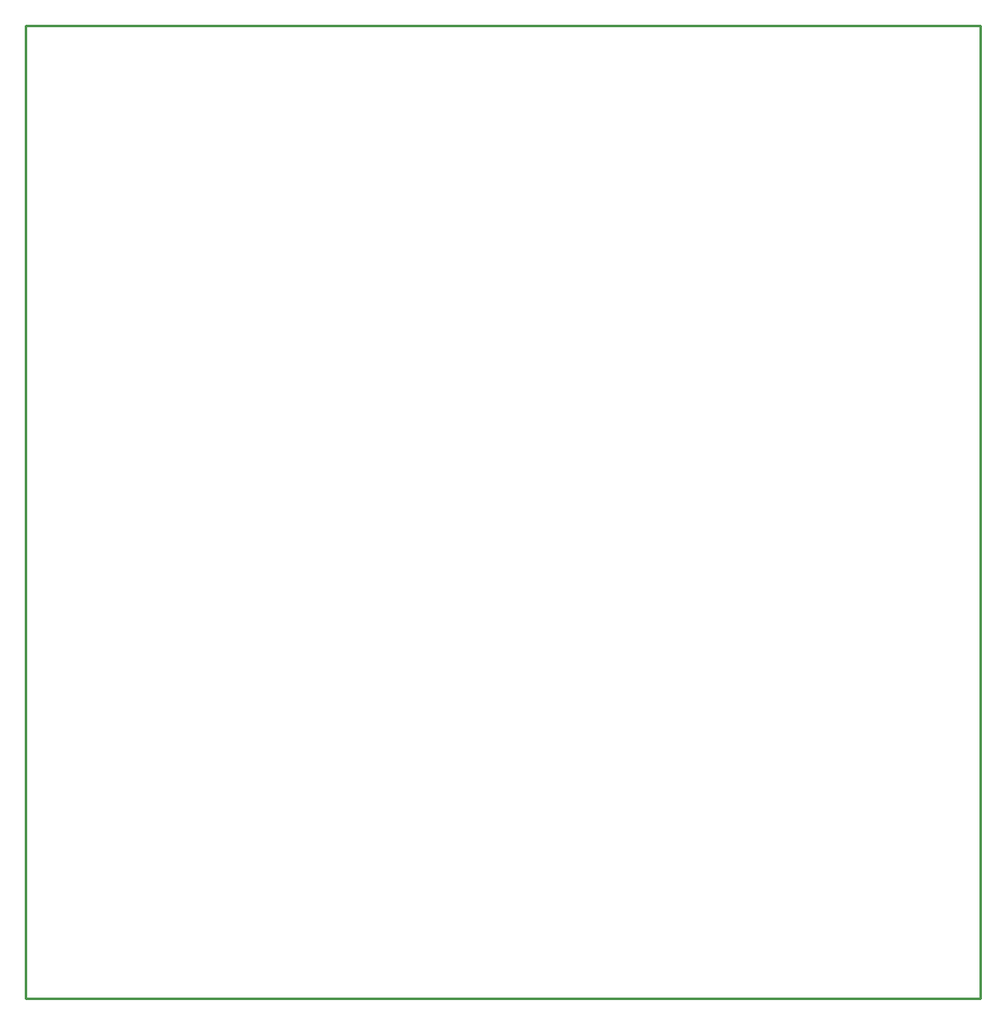
<source format=gko>
G04 Layer_Color=6684927*
%FSLAX25Y25*%
%MOIN*%
G70*
G01*
G75*
%ADD10C,0.01000*%
D10*
X107000Y493000D02*
X493000D01*
X493000Y100000D02*
Y493000D01*
X107000Y100000D02*
Y493000D01*
Y100000D02*
X493000D01*
M02*

</source>
